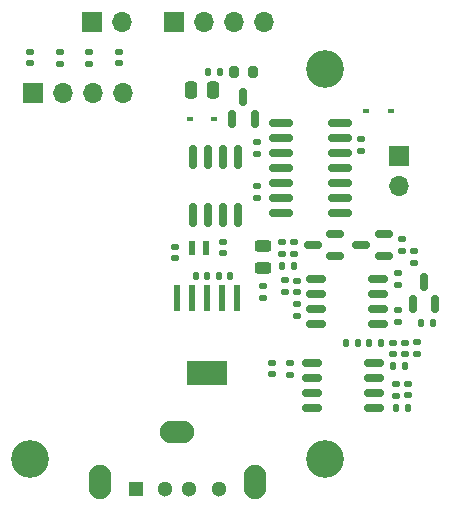
<source format=gbr>
%TF.GenerationSoftware,KiCad,Pcbnew,(6.0.1)*%
%TF.CreationDate,2022-04-08T22:05:58-07:00*%
%TF.ProjectId,well-depth-battery,77656c6c-2d64-4657-9074-682d62617474,1*%
%TF.SameCoordinates,Original*%
%TF.FileFunction,Soldermask,Top*%
%TF.FilePolarity,Negative*%
%FSLAX46Y46*%
G04 Gerber Fmt 4.6, Leading zero omitted, Abs format (unit mm)*
G04 Created by KiCad (PCBNEW (6.0.1)) date 2022-04-08 22:05:58*
%MOMM*%
%LPD*%
G01*
G04 APERTURE LIST*
G04 Aperture macros list*
%AMRoundRect*
0 Rectangle with rounded corners*
0 $1 Rounding radius*
0 $2 $3 $4 $5 $6 $7 $8 $9 X,Y pos of 4 corners*
0 Add a 4 corners polygon primitive as box body*
4,1,4,$2,$3,$4,$5,$6,$7,$8,$9,$2,$3,0*
0 Add four circle primitives for the rounded corners*
1,1,$1+$1,$2,$3*
1,1,$1+$1,$4,$5*
1,1,$1+$1,$6,$7*
1,1,$1+$1,$8,$9*
0 Add four rect primitives between the rounded corners*
20,1,$1+$1,$2,$3,$4,$5,0*
20,1,$1+$1,$4,$5,$6,$7,0*
20,1,$1+$1,$6,$7,$8,$9,0*
20,1,$1+$1,$8,$9,$2,$3,0*%
G04 Aperture macros list end*
%ADD10RoundRect,0.140000X0.140000X0.170000X-0.140000X0.170000X-0.140000X-0.170000X0.140000X-0.170000X0*%
%ADD11RoundRect,0.150000X0.587500X0.150000X-0.587500X0.150000X-0.587500X-0.150000X0.587500X-0.150000X0*%
%ADD12RoundRect,0.140000X0.170000X-0.140000X0.170000X0.140000X-0.170000X0.140000X-0.170000X-0.140000X0*%
%ADD13RoundRect,0.135000X0.185000X-0.135000X0.185000X0.135000X-0.185000X0.135000X-0.185000X-0.135000X0*%
%ADD14R,1.700000X1.700000*%
%ADD15O,1.700000X1.700000*%
%ADD16RoundRect,0.140000X-0.170000X0.140000X-0.170000X-0.140000X0.170000X-0.140000X0.170000X0.140000X0*%
%ADD17R,0.600000X1.200000*%
%ADD18RoundRect,0.250000X0.250000X0.475000X-0.250000X0.475000X-0.250000X-0.475000X0.250000X-0.475000X0*%
%ADD19R,1.300000X1.300000*%
%ADD20C,1.300000*%
%ADD21O,1.900000X2.900000*%
%ADD22O,2.900000X1.900000*%
%ADD23RoundRect,0.135000X0.135000X0.185000X-0.135000X0.185000X-0.135000X-0.185000X0.135000X-0.185000X0*%
%ADD24RoundRect,0.140000X-0.140000X-0.170000X0.140000X-0.170000X0.140000X0.170000X-0.140000X0.170000X0*%
%ADD25R,0.600000X2.200000*%
%ADD26R,3.450000X2.150000*%
%ADD27R,0.600000X0.450000*%
%ADD28RoundRect,0.150000X-0.675000X-0.150000X0.675000X-0.150000X0.675000X0.150000X-0.675000X0.150000X0*%
%ADD29RoundRect,0.135000X-0.185000X0.135000X-0.185000X-0.135000X0.185000X-0.135000X0.185000X0.135000X0*%
%ADD30RoundRect,0.150000X0.150000X-0.587500X0.150000X0.587500X-0.150000X0.587500X-0.150000X-0.587500X0*%
%ADD31C,3.200000*%
%ADD32RoundRect,0.243750X0.456250X-0.243750X0.456250X0.243750X-0.456250X0.243750X-0.456250X-0.243750X0*%
%ADD33RoundRect,0.200000X0.200000X0.275000X-0.200000X0.275000X-0.200000X-0.275000X0.200000X-0.275000X0*%
%ADD34RoundRect,0.135000X-0.135000X-0.185000X0.135000X-0.185000X0.135000X0.185000X-0.135000X0.185000X0*%
%ADD35RoundRect,0.150000X-0.825000X-0.150000X0.825000X-0.150000X0.825000X0.150000X-0.825000X0.150000X0*%
%ADD36RoundRect,0.150000X0.150000X-0.825000X0.150000X0.825000X-0.150000X0.825000X-0.150000X-0.825000X0*%
G04 APERTURE END LIST*
D10*
%TO.C,C15*%
X88510000Y-99992500D03*
X87550000Y-99992500D03*
%TD*%
D11*
%TO.C,Q2*%
X103467500Y-98305000D03*
X103467500Y-96405000D03*
X101592500Y-97355000D03*
%TD*%
D12*
%TO.C,C3*%
X94030000Y-108305000D03*
X94030000Y-107345000D03*
%TD*%
D13*
%TO.C,R1*%
X105030000Y-97865000D03*
X105030000Y-96845000D03*
%TD*%
D12*
%TO.C,C7*%
X104280000Y-106625000D03*
X104280000Y-105665000D03*
%TD*%
D14*
%TO.C,J4*%
X78750000Y-78500000D03*
D15*
X81290000Y-78500000D03*
%TD*%
D16*
%TO.C,C9*%
X104655000Y-99770000D03*
X104655000Y-100730000D03*
%TD*%
D12*
%TO.C,C12*%
X89850000Y-98065000D03*
X89850000Y-97105000D03*
%TD*%
D10*
%TO.C,C6*%
X105260000Y-107625000D03*
X104300000Y-107625000D03*
%TD*%
D13*
%TO.C,R5*%
X78532000Y-82020000D03*
X78532000Y-81000000D03*
%TD*%
%TO.C,R8*%
X104530000Y-110125000D03*
X104530000Y-109105000D03*
%TD*%
D17*
%TO.C,Y1*%
X88450000Y-97585000D03*
X87250000Y-97585000D03*
%TD*%
D13*
%TO.C,R9*%
X92780000Y-89625000D03*
X92780000Y-88605000D03*
%TD*%
%TO.C,R21*%
X106280000Y-106615000D03*
X106280000Y-105595000D03*
%TD*%
D18*
%TO.C,C13*%
X89052000Y-84230000D03*
X87152000Y-84230000D03*
%TD*%
D19*
%TO.C,J5*%
X82500000Y-118000000D03*
D20*
X85000000Y-118000000D03*
X87000000Y-118000000D03*
X89500000Y-118000000D03*
D21*
X92570000Y-117400000D03*
X79430000Y-117400000D03*
D22*
X86000000Y-113220000D03*
%TD*%
D23*
%TO.C,R2*%
X107672000Y-104000000D03*
X106652000Y-104000000D03*
%TD*%
D14*
%TO.C,J2*%
X73750000Y-84500000D03*
D15*
X76290000Y-84500000D03*
X78830000Y-84500000D03*
X81370000Y-84500000D03*
%TD*%
D24*
%TO.C,C14*%
X89530000Y-99992500D03*
X90490000Y-99992500D03*
%TD*%
D12*
%TO.C,C8*%
X96155000Y-101335000D03*
X96155000Y-100375000D03*
%TD*%
D16*
%TO.C,C11*%
X85850000Y-97520000D03*
X85850000Y-98480000D03*
%TD*%
D25*
%TO.C,U6*%
X91050000Y-101855000D03*
X89780000Y-101855000D03*
X88510000Y-101855000D03*
X87240000Y-101855000D03*
X85970000Y-101855000D03*
D26*
X88510000Y-108155000D03*
%TD*%
D14*
%TO.C,J3*%
X85750000Y-78500000D03*
D15*
X88290000Y-78500000D03*
X90830000Y-78500000D03*
X93370000Y-78500000D03*
%TD*%
D27*
%TO.C,D3*%
X101982000Y-86000000D03*
X104082000Y-86000000D03*
%TD*%
D28*
%TO.C,U2*%
X97780000Y-100200000D03*
X97780000Y-101470000D03*
X97780000Y-102740000D03*
X97780000Y-104010000D03*
X103030000Y-104010000D03*
X103030000Y-102740000D03*
X103030000Y-101470000D03*
X103030000Y-100200000D03*
%TD*%
D12*
%TO.C,C4*%
X105530000Y-110095000D03*
X105530000Y-109135000D03*
%TD*%
D29*
%TO.C,R19*%
X101530000Y-88345000D03*
X101530000Y-89365000D03*
%TD*%
D30*
%TO.C,Q1*%
X105960000Y-102325000D03*
X107860000Y-102325000D03*
X106910000Y-100450000D03*
%TD*%
D23*
%TO.C,R20*%
X105540000Y-111125000D03*
X104520000Y-111125000D03*
%TD*%
D31*
%TO.C,H1*%
X73500000Y-115500000D03*
%TD*%
D13*
%TO.C,R3*%
X106030000Y-98865000D03*
X106030000Y-97845000D03*
%TD*%
D32*
%TO.C,D2*%
X93280000Y-99292500D03*
X93280000Y-97417500D03*
%TD*%
D12*
%TO.C,C2*%
X81032000Y-81980000D03*
X81032000Y-81020000D03*
%TD*%
D33*
%TO.C,JP1*%
X92427000Y-82730000D03*
X90777000Y-82730000D03*
%TD*%
D34*
%TO.C,R13*%
X102270000Y-105625000D03*
X103290000Y-105625000D03*
%TD*%
D31*
%TO.C,H2*%
X98500000Y-82500000D03*
%TD*%
D30*
%TO.C,Q3*%
X90652000Y-86667500D03*
X92552000Y-86667500D03*
X91602000Y-84792500D03*
%TD*%
D12*
%TO.C,C1*%
X73532000Y-81990000D03*
X73532000Y-81030000D03*
%TD*%
D35*
%TO.C,U5*%
X94805000Y-87045000D03*
X94805000Y-88315000D03*
X94805000Y-89585000D03*
X94805000Y-90855000D03*
X94805000Y-92125000D03*
X94805000Y-93395000D03*
X94805000Y-94665000D03*
X99755000Y-94665000D03*
X99755000Y-93395000D03*
X99755000Y-92125000D03*
X99755000Y-90855000D03*
X99755000Y-89585000D03*
X99755000Y-88315000D03*
X99755000Y-87045000D03*
%TD*%
D23*
%TO.C,R17*%
X95915000Y-99105000D03*
X94895000Y-99105000D03*
%TD*%
D29*
%TO.C,R16*%
X93280000Y-100845000D03*
X93280000Y-101865000D03*
%TD*%
%TO.C,R7*%
X95530000Y-107315000D03*
X95530000Y-108335000D03*
%TD*%
%TO.C,R10*%
X92780000Y-92345000D03*
X92780000Y-93365000D03*
%TD*%
D27*
%TO.C,D1*%
X87052000Y-86730000D03*
X89152000Y-86730000D03*
%TD*%
D12*
%TO.C,C5*%
X105280000Y-106625000D03*
X105280000Y-105665000D03*
%TD*%
D13*
%TO.C,R14*%
X95155000Y-101365000D03*
X95155000Y-100345000D03*
%TD*%
%TO.C,R18*%
X95905000Y-98115000D03*
X95905000Y-97095000D03*
%TD*%
D34*
%TO.C,R15*%
X88592000Y-82730000D03*
X89612000Y-82730000D03*
%TD*%
D12*
%TO.C,C10*%
X94905000Y-98085000D03*
X94905000Y-97125000D03*
%TD*%
D31*
%TO.C,H3*%
X98500000Y-115500000D03*
%TD*%
D13*
%TO.C,R6*%
X104680000Y-103865000D03*
X104680000Y-102845000D03*
%TD*%
D34*
%TO.C,R12*%
X100270000Y-105625000D03*
X101290000Y-105625000D03*
%TD*%
D13*
%TO.C,R11*%
X96100000Y-102345000D03*
X96100000Y-103365000D03*
%TD*%
%TO.C,R4*%
X76032000Y-82010000D03*
X76032000Y-80990000D03*
%TD*%
D36*
%TO.C,U4*%
X87375000Y-94830000D03*
X88645000Y-94830000D03*
X89915000Y-94830000D03*
X91185000Y-94830000D03*
X91185000Y-89880000D03*
X89915000Y-89880000D03*
X88645000Y-89880000D03*
X87375000Y-89880000D03*
%TD*%
D14*
%TO.C,J1*%
X104780000Y-89855000D03*
D15*
X104780000Y-92395000D03*
%TD*%
D28*
%TO.C,U1*%
X97375000Y-107345000D03*
X97375000Y-108615000D03*
X97375000Y-109885000D03*
X97375000Y-111155000D03*
X102625000Y-111155000D03*
X102625000Y-109885000D03*
X102625000Y-108615000D03*
X102625000Y-107345000D03*
%TD*%
D11*
%TO.C,U3*%
X99342500Y-98305000D03*
X99342500Y-96405000D03*
X97467500Y-97355000D03*
%TD*%
M02*

</source>
